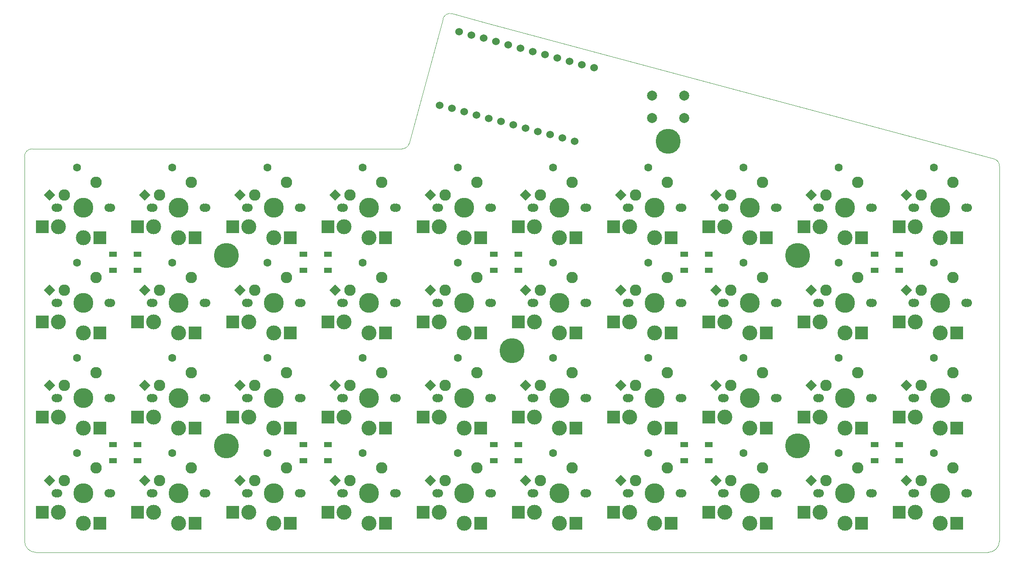
<source format=gbs>
G04 #@! TF.GenerationSoftware,KiCad,Pcbnew,6.0.7-f9a2dced07~116~ubuntu20.04.1*
G04 #@! TF.CreationDate,2022-09-22T21:47:26+08:00*
G04 #@! TF.ProjectId,V4,56342e6b-6963-4616-945f-706362585858,rev?*
G04 #@! TF.SameCoordinates,Original*
G04 #@! TF.FileFunction,Soldermask,Bot*
G04 #@! TF.FilePolarity,Negative*
%FSLAX46Y46*%
G04 Gerber Fmt 4.6, Leading zero omitted, Abs format (unit mm)*
G04 Created by KiCad (PCBNEW 6.0.7-f9a2dced07~116~ubuntu20.04.1) date 2022-09-22 21:47:26*
%MOMM*%
%LPD*%
G01*
G04 APERTURE LIST*
G04 Aperture macros list*
%AMRotRect*
0 Rectangle, with rotation*
0 The origin of the aperture is its center*
0 $1 length*
0 $2 width*
0 $3 Rotation angle, in degrees counterclockwise*
0 Add horizontal line*
21,1,$1,$2,0,0,$3*%
G04 Aperture macros list end*
G04 #@! TA.AperFunction,Profile*
%ADD10C,0.050000*%
G04 #@! TD*
%ADD11C,1.701800*%
%ADD12C,3.000000*%
%ADD13C,3.987800*%
%ADD14C,2.286000*%
%ADD15R,2.600000X2.600000*%
%ADD16C,5.000000*%
%ADD17C,2.000000*%
%ADD18RotRect,1.600000X1.600000X45.000000*%
%ADD19C,1.600000*%
%ADD20R,1.500000X1.000000*%
%ADD21C,1.524000*%
G04 APERTURE END LIST*
D10*
X59436000Y-154686000D02*
X59436000Y-78486000D01*
X59436000Y-154686000D02*
G75*
G03*
X61722000Y-156972000I2286000J0D01*
G01*
X134962250Y-76200000D02*
X131178300Y-76200000D01*
X134962250Y-76200047D02*
G75*
G03*
X136434319Y-75070441I-50J1524047D01*
G01*
X60960000Y-76200000D02*
G75*
G03*
X59436000Y-77724000I0J-1524000D01*
G01*
X61722000Y-76200000D02*
X131178300Y-76200000D01*
X61722000Y-76200000D02*
X60960000Y-76200000D01*
X252222000Y-156972000D02*
X61722000Y-156972000D01*
X254507993Y-79667100D02*
G75*
G03*
X253365350Y-78179844I-1523993J11700D01*
G01*
X252222000Y-156972000D02*
G75*
G03*
X254508000Y-154686000I0J2286000D01*
G01*
X59436000Y-77724000D02*
X59436000Y-78486000D01*
X145016441Y-49147744D02*
X151738470Y-50953142D01*
X145016443Y-49147735D02*
G75*
G03*
X143149931Y-50225373I-394443J-1472065D01*
G01*
X254507999Y-79667100D02*
X254508000Y-154686000D01*
X151738470Y-50953142D02*
X253365350Y-78179844D01*
X143149931Y-50225373D02*
X136434319Y-75070441D01*
D11*
X218147000Y-145161000D03*
X218567000Y-145161000D03*
D12*
X218647000Y-148911000D03*
X223647000Y-151111000D03*
D11*
X228727000Y-145161000D03*
X229147000Y-145161000D03*
D13*
X223647000Y-145161000D03*
D14*
X226187000Y-140081000D03*
D15*
X226922000Y-151111000D03*
D14*
X219837000Y-142621000D03*
D15*
X215372000Y-148911000D03*
D11*
X229147001Y-107061000D03*
D12*
X218647001Y-110811000D03*
D11*
X228727001Y-107061000D03*
X218147001Y-107061000D03*
X218567001Y-107061000D03*
D13*
X223647001Y-107061000D03*
D12*
X223647001Y-113011000D03*
D14*
X226187001Y-101981000D03*
D15*
X226922001Y-113011000D03*
X215372001Y-110811000D03*
D14*
X219837001Y-104521000D03*
D12*
X142447000Y-110811000D03*
X147447000Y-113011000D03*
D11*
X142367000Y-107061000D03*
X152527000Y-107061000D03*
X141947000Y-107061000D03*
D13*
X147447000Y-107061000D03*
D11*
X152947000Y-107061000D03*
D14*
X149987000Y-101981000D03*
D15*
X150722000Y-113011000D03*
X139172000Y-110811000D03*
D14*
X143637000Y-104521000D03*
D12*
X242697000Y-151111000D03*
D11*
X237197000Y-145161000D03*
X247777000Y-145161000D03*
X237617000Y-145161000D03*
X248197000Y-145161000D03*
D12*
X237697000Y-148911000D03*
D13*
X242697000Y-145161000D03*
D15*
X245972000Y-151111000D03*
D14*
X245237000Y-140081000D03*
X238887000Y-142621000D03*
D15*
X234422000Y-148911000D03*
D12*
X128397000Y-93961000D03*
X123397000Y-91761000D03*
D13*
X128397000Y-88011000D03*
D11*
X133897000Y-88011000D03*
X123317000Y-88011000D03*
X133477000Y-88011000D03*
X122897000Y-88011000D03*
D14*
X130937000Y-82931000D03*
D15*
X131672000Y-93961000D03*
X120122000Y-91761000D03*
D14*
X124587000Y-85471000D03*
D12*
X128397000Y-132061000D03*
X123397000Y-129861000D03*
D11*
X123317000Y-126111000D03*
X133477000Y-126111000D03*
X122897000Y-126111000D03*
D13*
X128397000Y-126111000D03*
D11*
X133897000Y-126111000D03*
D15*
X131672000Y-132061000D03*
D14*
X130937000Y-121031000D03*
X124587000Y-123571000D03*
D15*
X120122000Y-129861000D03*
D16*
X188214000Y-74676000D03*
D11*
X122897000Y-145161000D03*
X133477000Y-145161000D03*
X123317000Y-145161000D03*
X133897000Y-145161000D03*
D13*
X128397000Y-145161000D03*
D12*
X128397000Y-151111000D03*
X123397000Y-148911000D03*
D14*
X130937000Y-140081000D03*
D15*
X131672000Y-151111000D03*
D14*
X124587000Y-142621000D03*
D15*
X120122000Y-148911000D03*
D12*
X185547000Y-93961000D03*
X180547000Y-91761000D03*
D11*
X180047000Y-88011000D03*
X190627000Y-88011000D03*
X191047000Y-88011000D03*
D13*
X185547000Y-88011000D03*
D11*
X180467000Y-88011000D03*
D15*
X188822000Y-93961000D03*
D14*
X188087000Y-82931000D03*
X181737000Y-85471000D03*
D15*
X177272000Y-91761000D03*
D11*
X190627000Y-107061000D03*
X180047000Y-107061000D03*
D12*
X185547000Y-113011000D03*
D11*
X191047000Y-107061000D03*
D13*
X185547000Y-107061000D03*
D11*
X180467000Y-107061000D03*
D12*
X180547000Y-110811000D03*
D14*
X188087000Y-101981000D03*
D15*
X188822000Y-113011000D03*
D14*
X181737000Y-104521000D03*
D15*
X177272000Y-110811000D03*
D12*
X199597000Y-91761000D03*
D11*
X199097000Y-88011000D03*
D13*
X204597000Y-88011000D03*
D11*
X209677000Y-88011000D03*
D12*
X204597000Y-93961000D03*
D11*
X199517000Y-88011000D03*
X210097000Y-88011000D03*
D14*
X207137000Y-82931000D03*
D15*
X207872000Y-93961000D03*
X196322000Y-91761000D03*
D14*
X200787000Y-85471000D03*
D13*
X147447000Y-126111000D03*
D12*
X147447000Y-132061000D03*
D11*
X152947000Y-126111000D03*
D12*
X142447000Y-129861000D03*
D11*
X141947000Y-126111000D03*
X142367000Y-126111000D03*
X152527000Y-126111000D03*
D15*
X150722000Y-132061000D03*
D14*
X149987000Y-121031000D03*
D15*
X139172000Y-129861000D03*
D14*
X143637000Y-123571000D03*
D11*
X104267001Y-107061000D03*
X114427001Y-107061000D03*
X103847001Y-107061000D03*
D12*
X109347001Y-113011000D03*
D11*
X114847001Y-107061000D03*
D13*
X109347001Y-107061000D03*
D12*
X104347001Y-110811000D03*
D14*
X111887001Y-101981000D03*
D15*
X112622001Y-113011000D03*
D14*
X105537001Y-104521000D03*
D15*
X101072001Y-110811000D03*
D11*
X237617000Y-126111000D03*
D12*
X237697000Y-129861000D03*
D13*
X242697000Y-126111000D03*
D11*
X247777000Y-126111000D03*
X237197000Y-126111000D03*
D12*
X242697000Y-132061000D03*
D11*
X248197000Y-126111000D03*
D15*
X245972000Y-132061000D03*
D14*
X245237000Y-121031000D03*
D15*
X234422000Y-129861000D03*
D14*
X238887000Y-123571000D03*
D12*
X85297000Y-129861001D03*
D11*
X95377000Y-126111001D03*
D13*
X90297000Y-126111001D03*
D11*
X85217000Y-126111001D03*
X84797000Y-126111001D03*
X95797000Y-126111001D03*
D12*
X90297000Y-132061001D03*
D15*
X93572000Y-132061001D03*
D14*
X92837000Y-121031001D03*
D15*
X82022000Y-129861001D03*
D14*
X86487000Y-123571001D03*
D12*
X104347000Y-148911000D03*
D13*
X109347000Y-145161000D03*
D12*
X109347000Y-151111000D03*
D11*
X114427000Y-145161000D03*
X114847000Y-145161000D03*
X104267000Y-145161000D03*
X103847000Y-145161000D03*
D14*
X111887000Y-140081000D03*
D15*
X112622000Y-151111000D03*
D14*
X105537000Y-142621000D03*
D15*
X101072000Y-148911000D03*
D11*
X104267000Y-88011000D03*
D12*
X109347000Y-93961000D03*
D11*
X103847000Y-88011000D03*
X114847000Y-88011000D03*
X114427000Y-88011000D03*
D12*
X104347000Y-91761000D03*
D13*
X109347000Y-88011000D03*
D15*
X112622000Y-93961000D03*
D14*
X111887000Y-82931000D03*
D15*
X101072000Y-91761000D03*
D14*
X105537000Y-85471000D03*
D11*
X95797000Y-145161000D03*
D13*
X90297000Y-145161000D03*
D12*
X90297000Y-151111000D03*
X85297000Y-148911000D03*
D11*
X84797000Y-145161000D03*
X85217000Y-145161000D03*
X95377000Y-145161000D03*
D15*
X93572000Y-151111000D03*
D14*
X92837000Y-140081000D03*
D15*
X82022000Y-148911000D03*
D14*
X86487000Y-142621000D03*
D16*
X214122000Y-97536000D03*
D12*
X237697000Y-91761000D03*
D11*
X247777000Y-88011000D03*
D13*
X242697000Y-88011000D03*
D11*
X237197000Y-88011000D03*
D12*
X242697000Y-93961000D03*
D11*
X248197000Y-88011000D03*
X237617000Y-88011000D03*
D14*
X245237000Y-82931000D03*
D15*
X245972000Y-93961000D03*
D14*
X238887000Y-85471000D03*
D15*
X234422000Y-91761000D03*
D11*
X171577000Y-126111000D03*
X171997000Y-126111000D03*
D12*
X166497000Y-132061000D03*
X161497000Y-129861000D03*
D13*
X166497000Y-126111000D03*
D11*
X160997000Y-126111000D03*
X161417000Y-126111000D03*
D15*
X169772000Y-132061000D03*
D14*
X169037000Y-121031000D03*
D15*
X158222000Y-129861000D03*
D14*
X162687000Y-123571000D03*
D12*
X142447000Y-91761000D03*
D13*
X147447000Y-88011000D03*
D11*
X152947000Y-88011000D03*
X142367000Y-88011000D03*
X141947000Y-88011000D03*
D12*
X147447000Y-93961000D03*
D11*
X152527000Y-88011000D03*
D14*
X149987000Y-82931000D03*
D15*
X150722000Y-93961000D03*
X139172000Y-91761000D03*
D14*
X143637000Y-85471000D03*
D11*
X142367000Y-145161000D03*
X152527000Y-145161000D03*
D12*
X147447000Y-151111000D03*
X142447000Y-148911000D03*
D11*
X152947000Y-145161000D03*
X141947000Y-145161000D03*
D13*
X147447000Y-145161000D03*
D15*
X150722000Y-151111000D03*
D14*
X149987000Y-140081000D03*
X143637000Y-142621000D03*
D15*
X139172000Y-148911000D03*
D11*
X95376999Y-107061000D03*
D12*
X90296999Y-113011000D03*
X85296999Y-110811000D03*
D11*
X95796999Y-107061000D03*
X84796999Y-107061000D03*
D13*
X90296999Y-107061000D03*
D11*
X85216999Y-107061000D03*
D15*
X93571999Y-113011000D03*
D14*
X92836999Y-101981000D03*
D15*
X82021999Y-110811000D03*
D14*
X86486999Y-104521000D03*
D16*
X214122000Y-135636000D03*
D11*
X161417000Y-145161000D03*
D13*
X166497000Y-145161000D03*
D11*
X171997000Y-145161000D03*
X160997000Y-145161000D03*
X171577000Y-145161000D03*
D12*
X166497000Y-151111000D03*
X161497000Y-148911000D03*
D14*
X169037000Y-140081000D03*
D15*
X169772000Y-151111000D03*
X158222000Y-148911000D03*
D14*
X162687000Y-142621000D03*
D12*
X180547000Y-148911000D03*
D11*
X191047000Y-145161000D03*
X180047000Y-145161000D03*
X180467000Y-145161000D03*
D12*
X185547000Y-151111000D03*
D11*
X190627000Y-145161000D03*
D13*
X185547000Y-145161000D03*
D15*
X188822000Y-151111000D03*
D14*
X188087000Y-140081000D03*
D15*
X177272000Y-148911000D03*
D14*
X181737000Y-142621000D03*
D13*
X128397000Y-107061000D03*
D11*
X122897000Y-107061000D03*
X133897000Y-107061000D03*
X123317000Y-107061000D03*
D12*
X123397000Y-110811000D03*
D11*
X133477000Y-107061000D03*
D12*
X128397000Y-113011000D03*
D14*
X130937000Y-101981000D03*
D15*
X131672000Y-113011000D03*
X120122000Y-110811000D03*
D14*
X124587000Y-104521000D03*
D11*
X95377000Y-88011000D03*
D13*
X90297000Y-88011000D03*
D11*
X85217000Y-88011000D03*
X95797000Y-88011000D03*
X84797000Y-88011000D03*
D12*
X85297000Y-91761000D03*
X90297000Y-93961000D03*
D15*
X93572000Y-93961000D03*
D14*
X92837000Y-82931000D03*
D15*
X82022000Y-91761000D03*
D14*
X86487000Y-85471000D03*
D11*
X199097000Y-145161000D03*
D12*
X199597000Y-148911000D03*
D13*
X204597000Y-145161000D03*
D11*
X199517000Y-145161000D03*
D12*
X204597000Y-151111000D03*
D11*
X210097000Y-145161000D03*
X209677000Y-145161000D03*
D14*
X207137000Y-140081000D03*
D15*
X207872000Y-151111000D03*
X196322000Y-148911000D03*
D14*
X200787000Y-142621000D03*
D11*
X237617000Y-107061000D03*
X247777000Y-107061000D03*
D12*
X242697000Y-113011000D03*
D13*
X242697000Y-107061000D03*
D11*
X248197000Y-107061000D03*
X237197000Y-107061000D03*
D12*
X237697000Y-110811000D03*
D15*
X245972000Y-113011000D03*
D14*
X245237000Y-101981000D03*
D15*
X234422000Y-110811000D03*
D14*
X238887000Y-104521000D03*
D13*
X166497000Y-107061000D03*
D12*
X161497000Y-110811000D03*
D11*
X171577000Y-107061000D03*
X160997000Y-107061000D03*
X171997000Y-107061000D03*
X161417000Y-107061000D03*
D12*
X166497000Y-113011000D03*
D14*
X169037000Y-101981000D03*
D15*
X169772000Y-113011000D03*
X158222000Y-110811000D03*
D14*
X162687000Y-104521000D03*
D12*
X161497000Y-91761000D03*
D11*
X161417000Y-88011000D03*
X171997000Y-88011000D03*
D13*
X166497000Y-88011000D03*
D11*
X160997000Y-88011000D03*
X171577000Y-88011000D03*
D12*
X166497000Y-93961000D03*
D14*
X169037000Y-82931000D03*
D15*
X169772000Y-93961000D03*
D14*
X162687000Y-85471000D03*
D15*
X158222000Y-91761000D03*
D11*
X199097000Y-126111001D03*
D12*
X204597000Y-132061001D03*
X199597000Y-129861001D03*
D11*
X209677000Y-126111001D03*
X210097000Y-126111001D03*
X199517000Y-126111001D03*
D13*
X204597000Y-126111001D03*
D15*
X207872000Y-132061001D03*
D14*
X207137000Y-121031001D03*
D15*
X196322000Y-129861001D03*
D14*
X200787000Y-123571001D03*
D12*
X109347000Y-132061001D03*
D11*
X104267000Y-126111001D03*
X114427000Y-126111001D03*
X114847000Y-126111001D03*
X103847000Y-126111001D03*
D13*
X109347000Y-126111001D03*
D12*
X104347000Y-129861001D03*
D15*
X112622000Y-132061001D03*
D14*
X111887000Y-121031001D03*
D15*
X101072000Y-129861001D03*
D14*
X105537000Y-123571001D03*
D11*
X228727000Y-126111001D03*
X218567000Y-126111001D03*
D13*
X223647000Y-126111001D03*
D11*
X229147000Y-126111001D03*
D12*
X218647000Y-129861001D03*
X223647000Y-132061001D03*
D11*
X218147000Y-126111001D03*
D14*
X226187000Y-121031001D03*
D15*
X226922000Y-132061001D03*
D14*
X219837000Y-123571001D03*
D15*
X215372000Y-129861001D03*
D16*
X156972000Y-116586000D03*
D12*
X66247000Y-148911000D03*
D11*
X66167000Y-145161000D03*
X76327000Y-145161000D03*
X76747000Y-145161000D03*
D12*
X71247000Y-151111000D03*
D11*
X65747000Y-145161000D03*
D13*
X71247000Y-145161000D03*
D15*
X74522000Y-151111000D03*
D14*
X73787000Y-140081000D03*
D15*
X62972000Y-148911000D03*
D14*
X67437000Y-142621000D03*
D11*
X228727000Y-88011000D03*
D13*
X223647000Y-88011000D03*
D12*
X223647000Y-93961000D03*
D11*
X229147000Y-88011000D03*
X218567000Y-88011000D03*
X218147000Y-88011000D03*
D12*
X218647000Y-91761000D03*
D15*
X226922000Y-93961000D03*
D14*
X226187000Y-82931000D03*
D15*
X215372000Y-91761000D03*
D14*
X219837000Y-85471000D03*
D11*
X76327000Y-88011000D03*
D12*
X66247000Y-91761000D03*
D13*
X71247000Y-88011000D03*
D11*
X66167000Y-88011000D03*
X76747000Y-88011000D03*
X65747000Y-88011000D03*
D12*
X71247000Y-93961000D03*
D15*
X74522000Y-93961000D03*
D14*
X73787000Y-82931000D03*
X67437000Y-85471000D03*
D15*
X62972000Y-91761000D03*
D11*
X210096999Y-107061000D03*
X209676999Y-107061000D03*
D12*
X204596999Y-113011000D03*
D11*
X199516999Y-107061000D03*
D13*
X204596999Y-107061000D03*
D11*
X199096999Y-107061000D03*
D12*
X199596999Y-110811000D03*
D14*
X207136999Y-101981000D03*
D15*
X207871999Y-113011000D03*
X196321999Y-110811000D03*
D14*
X200786999Y-104521000D03*
D16*
X99822000Y-97536000D03*
D12*
X180547000Y-129861000D03*
D11*
X191047000Y-126111000D03*
X180047000Y-126111000D03*
D13*
X185547000Y-126111000D03*
D12*
X185547000Y-132061000D03*
D11*
X190627000Y-126111000D03*
X180467000Y-126111000D03*
D15*
X188822000Y-132061000D03*
D14*
X188087000Y-121031000D03*
D15*
X177272000Y-129861000D03*
D14*
X181737000Y-123571000D03*
D12*
X66247000Y-129861000D03*
D13*
X71247000Y-126111000D03*
D11*
X65747000Y-126111000D03*
D12*
X71247000Y-132061000D03*
D11*
X76327000Y-126111000D03*
X66167000Y-126111000D03*
X76747000Y-126111000D03*
D15*
X74522000Y-132061000D03*
D14*
X73787000Y-121031000D03*
D15*
X62972000Y-129861000D03*
D14*
X67437000Y-123571000D03*
D11*
X65747000Y-107061000D03*
D12*
X66247000Y-110811000D03*
D11*
X66167000Y-107061000D03*
X76327000Y-107061000D03*
X76747000Y-107061000D03*
D13*
X71247000Y-107061000D03*
D12*
X71247000Y-113011000D03*
D15*
X74522000Y-113011000D03*
D14*
X73787000Y-101981000D03*
X67437000Y-104521000D03*
D15*
X62972000Y-110811000D03*
D17*
X184964000Y-70068000D03*
X191464000Y-70068000D03*
X184964000Y-65568000D03*
X191464000Y-65568000D03*
D16*
X99822000Y-135636000D03*
D18*
X159649284Y-104498716D03*
D19*
X165164716Y-98983284D03*
D20*
X120137000Y-97331000D03*
X120137000Y-100531000D03*
X115237000Y-100531000D03*
X115237000Y-97331000D03*
X115237000Y-138621000D03*
X115237000Y-135421000D03*
X120137000Y-135421000D03*
X120137000Y-138621000D03*
D18*
X235849284Y-85448715D03*
D19*
X241364716Y-79933283D03*
D18*
X197749284Y-123548715D03*
D19*
X203264716Y-118033283D03*
D18*
X64399284Y-123548715D03*
D19*
X69914716Y-118033283D03*
D18*
X159649283Y-85448715D03*
D19*
X165164715Y-79933283D03*
D18*
X64399284Y-104498716D03*
D19*
X69914716Y-98983284D03*
D18*
X216799284Y-104498715D03*
D19*
X222314716Y-98983283D03*
D18*
X140599284Y-104498715D03*
D19*
X146114716Y-98983283D03*
D18*
X235849284Y-104498715D03*
D19*
X241364716Y-98983283D03*
D18*
X121549284Y-123548715D03*
D19*
X127064716Y-118033283D03*
D18*
X83449285Y-85448715D03*
D19*
X88964717Y-79933283D03*
D18*
X178699284Y-104498716D03*
D19*
X184214716Y-98983284D03*
D20*
X158237000Y-97331000D03*
X158237000Y-100531000D03*
X153337000Y-100531000D03*
X153337000Y-97331000D03*
D18*
X121549284Y-85448715D03*
D19*
X127064716Y-79933283D03*
D20*
X229537000Y-138621000D03*
X229537000Y-135421000D03*
X234437000Y-135421000D03*
X234437000Y-138621000D03*
D18*
X102499284Y-85448715D03*
D19*
X108014716Y-79933283D03*
D20*
X196337000Y-97331000D03*
X196337000Y-100531000D03*
X191437000Y-100531000D03*
X191437000Y-97331000D03*
D18*
X102499284Y-104498715D03*
D19*
X108014716Y-98983283D03*
D18*
X121549284Y-104498715D03*
D19*
X127064716Y-98983283D03*
D18*
X235849284Y-142598716D03*
D19*
X241364716Y-137083284D03*
D18*
X83449284Y-104498716D03*
D19*
X88964716Y-98983284D03*
D18*
X216799283Y-123548715D03*
D19*
X222314715Y-118033283D03*
D18*
X197749284Y-104498716D03*
D19*
X203264716Y-98983284D03*
D18*
X121549284Y-142598716D03*
D19*
X127064716Y-137083284D03*
D18*
X197749284Y-142598715D03*
D19*
X203264716Y-137083283D03*
D18*
X83449284Y-123548715D03*
D19*
X88964716Y-118033283D03*
D18*
X159649284Y-123548715D03*
D19*
X165164716Y-118033283D03*
D18*
X102499284Y-142598715D03*
D19*
X108014716Y-137083283D03*
D20*
X234437000Y-97331000D03*
X234437000Y-100531000D03*
X229537000Y-100531000D03*
X229537000Y-97331000D03*
D18*
X235849284Y-123548715D03*
D19*
X241364716Y-118033283D03*
D18*
X216799284Y-85448715D03*
D19*
X222314716Y-79933283D03*
D18*
X159649284Y-142598715D03*
D19*
X165164716Y-137083283D03*
D18*
X140599284Y-123548715D03*
D19*
X146114716Y-118033283D03*
D18*
X216799283Y-142598715D03*
D19*
X222314715Y-137083283D03*
D18*
X102499284Y-123548715D03*
D19*
X108014716Y-118033283D03*
D18*
X178699284Y-142598715D03*
D19*
X184214716Y-137083283D03*
D18*
X140599284Y-85448715D03*
D19*
X146114716Y-79933283D03*
D18*
X178699284Y-123548715D03*
D19*
X184214716Y-118033283D03*
D20*
X191437000Y-138621000D03*
X191437000Y-135421000D03*
X196337000Y-135421000D03*
X196337000Y-138621000D03*
D18*
X178699284Y-85448716D03*
D19*
X184214716Y-79933284D03*
D20*
X153337000Y-138621000D03*
X153337000Y-135421000D03*
X158237000Y-135421000D03*
X158237000Y-138621000D03*
D18*
X64399284Y-142598715D03*
D19*
X69914716Y-137083283D03*
D18*
X197749284Y-85448715D03*
D19*
X203264716Y-79933283D03*
D18*
X140599284Y-142598715D03*
D19*
X146114716Y-137083283D03*
D18*
X64399283Y-85448715D03*
D19*
X69914715Y-79933283D03*
D18*
X83449284Y-142598715D03*
D19*
X88964716Y-137083283D03*
D20*
X82037000Y-97331000D03*
X82037000Y-100531000D03*
X77137000Y-100531000D03*
X77137000Y-97331000D03*
D21*
X146435236Y-52757397D03*
X148888688Y-53414797D03*
X151342139Y-54072199D03*
X153795590Y-54729598D03*
X156249043Y-55386999D03*
X158702494Y-56044399D03*
X161155946Y-56701799D03*
X163609398Y-57359200D03*
X166062850Y-58016600D03*
X168516300Y-58674000D03*
X170969752Y-59331401D03*
X173423204Y-59988801D03*
X169483978Y-74690191D03*
X167030527Y-74032792D03*
X164577075Y-73375390D03*
X162123622Y-72717991D03*
X159670173Y-72060591D03*
X157216720Y-71403190D03*
X154763269Y-70745790D03*
X152309817Y-70088389D03*
X149856365Y-69430989D03*
X147402913Y-68773589D03*
X144949462Y-68116188D03*
X142496012Y-67458788D03*
D20*
X77137000Y-138621000D03*
X77137000Y-135421000D03*
X82037000Y-135421000D03*
X82037000Y-138621000D03*
M02*

</source>
